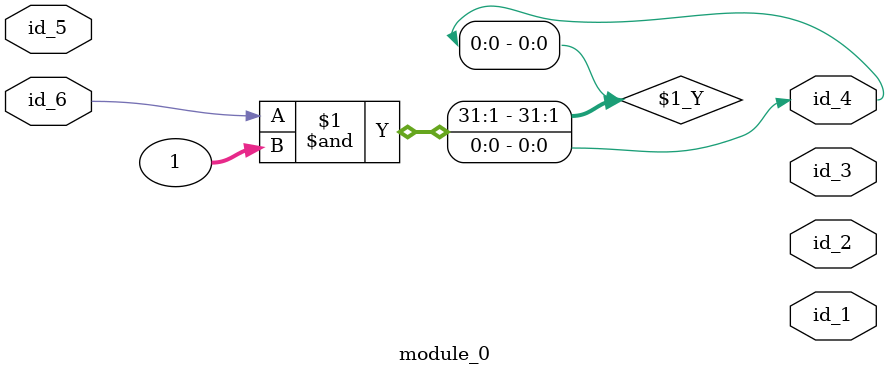
<source format=v>
`timescale 1ps / 1 ps
module module_0 (
    id_1,
    id_2,
    id_3,
    id_4,
    id_5,
    id_6
);
  inout id_6;
  inout id_5;
  output id_4;
  output id_3;
  output id_2;
  output id_1;
  assign id_4 = 1 + 1 ? id_6 & 1 : 1;
endmodule

</source>
